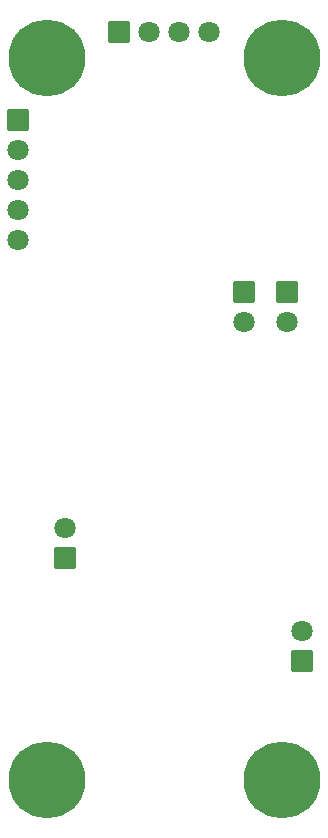
<source format=gbr>
%TF.GenerationSoftware,KiCad,Pcbnew,9.0.7+1*%
%TF.CreationDate,Date%
%TF.ProjectId,Cellule_de_force_V2,43656c6c-756c-4655-9f64-655f666f7263,+ (Unreleased)*%
%TF.SameCoordinates,Original*%
%TF.FileFunction,Soldermask,Bot*%
%TF.FilePolarity,Negative*%
%FSLAX46Y46*%
G04 Gerber Fmt 4.6, Leading zero omitted, Abs format (unit mm)*
G04 Created by KiCad*
%MOMM*%
%LPD*%
G01*
G04 APERTURE LIST*
G04 Aperture macros list*
%AMRoundRect*
0 Rectangle with rounded corners*
0 $1 Rounding radius*
0 $2 $3 $4 $5 $6 $7 $8 $9 X,Y pos of 4 corners*
0 Add a 4 corners polygon primitive as box body*
4,1,4,$2,$3,$4,$5,$6,$7,$8,$9,$2,$3,0*
0 Add four circle primitives for the rounded corners*
1,1,$1+$1,$2,$3*
1,1,$1+$1,$4,$5*
1,1,$1+$1,$6,$7*
1,1,$1+$1,$8,$9*
0 Add four rect primitives between the rounded corners*
20,1,$1+$1,$2,$3,$4,$5,0*
20,1,$1+$1,$4,$5,$6,$7,0*
20,1,$1+$1,$6,$7,$8,$9,0*
20,1,$1+$1,$8,$9,$2,$3,0*%
G04 Aperture macros list end*
%ADD10C,0.900000*%
%ADD11C,6.500000*%
%ADD12RoundRect,0.050000X0.850000X0.850000X-0.850000X0.850000X-0.850000X-0.850000X0.850000X-0.850000X0*%
%ADD13C,1.800000*%
%ADD14RoundRect,0.050000X-0.850000X-0.850000X0.850000X-0.850000X0.850000X0.850000X-0.850000X0.850000X0*%
%ADD15RoundRect,0.050000X0.850000X-0.850000X0.850000X0.850000X-0.850000X0.850000X-0.850000X-0.850000X0*%
G04 APERTURE END LIST*
D10*
%TO.C,H4*%
X156100000Y-139900000D03*
X156802944Y-138202944D03*
X156802944Y-141597056D03*
X158500000Y-137500000D03*
D11*
X158500000Y-139900000D03*
D10*
X158500000Y-142300000D03*
X160197056Y-138202944D03*
X160197056Y-141597056D03*
X160900000Y-139900000D03*
%TD*%
D12*
%TO.C,J2*%
X140100000Y-121175000D03*
D13*
X140100000Y-118635000D03*
%TD*%
D14*
%TO.C,J4*%
X158900000Y-98625000D03*
D13*
X158900000Y-101165000D03*
%TD*%
D14*
%TO.C,J3*%
X155300000Y-98600000D03*
D13*
X155300000Y-101140000D03*
%TD*%
D12*
%TO.C,J1*%
X160200000Y-129840000D03*
D13*
X160200000Y-127300000D03*
%TD*%
D10*
%TO.C,H3*%
X136200000Y-139900000D03*
X136902944Y-138202944D03*
X136902944Y-141597056D03*
X138600000Y-137500000D03*
D11*
X138600000Y-139900000D03*
D10*
X138600000Y-142300000D03*
X140297056Y-138202944D03*
X140297056Y-141597056D03*
X141000000Y-139900000D03*
%TD*%
D15*
%TO.C,J5*%
X144720000Y-76600000D03*
D13*
X147260000Y-76600000D03*
X149800000Y-76600000D03*
X152340000Y-76600000D03*
%TD*%
D14*
%TO.C,J6*%
X136200000Y-84040000D03*
D13*
X136200000Y-86580000D03*
X136200000Y-89120000D03*
X136200000Y-91660000D03*
X136200000Y-94200000D03*
%TD*%
D10*
%TO.C,H1*%
X156100000Y-78800000D03*
X156802944Y-77102944D03*
X156802944Y-80497056D03*
X158500000Y-76400000D03*
D11*
X158500000Y-78800000D03*
D10*
X158500000Y-81200000D03*
X160197056Y-77102944D03*
X160197056Y-80497056D03*
X160900000Y-78800000D03*
%TD*%
%TO.C,H2*%
X136200000Y-78800000D03*
X136902944Y-77102944D03*
X136902944Y-80497056D03*
X138600000Y-76400000D03*
D11*
X138600000Y-78800000D03*
D10*
X138600000Y-81200000D03*
X140297056Y-77102944D03*
X140297056Y-80497056D03*
X141000000Y-78800000D03*
%TD*%
M02*

</source>
